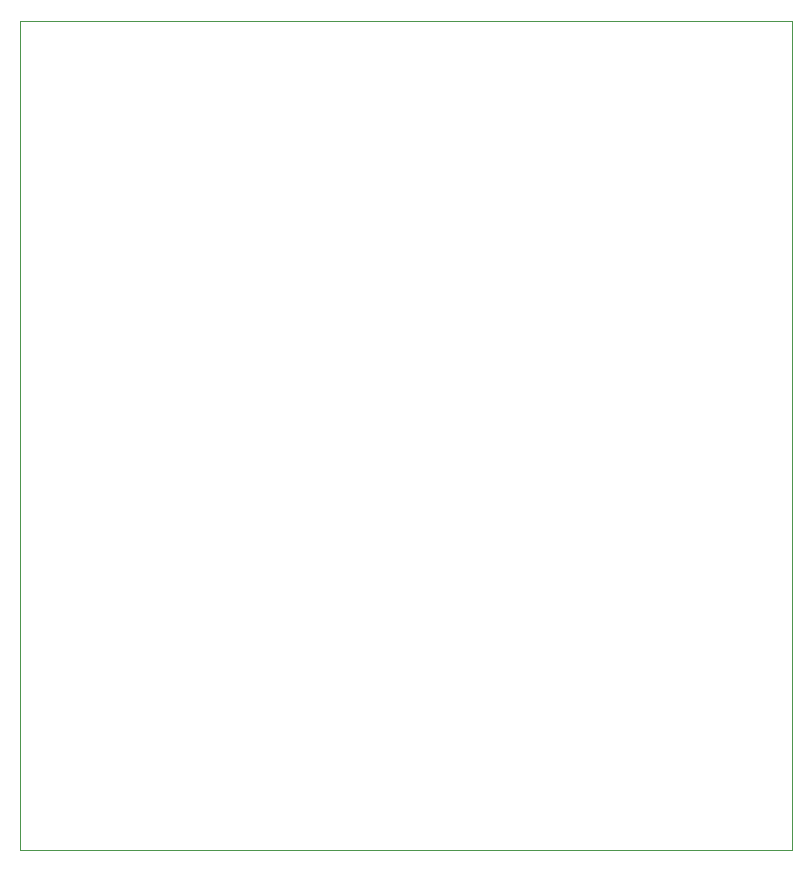
<source format=gm1>
G04 #@! TF.GenerationSoftware,KiCad,Pcbnew,6.0.10-86aedd382b~118~ubuntu20.04.1*
G04 #@! TF.CreationDate,2023-01-06T12:27:41+01:00*
G04 #@! TF.ProjectId,C3-27-epaper-touch,43332d32-372d-4657-9061-7065722d746f,rev?*
G04 #@! TF.SameCoordinates,Original*
G04 #@! TF.FileFunction,Profile,NP*
%FSLAX46Y46*%
G04 Gerber Fmt 4.6, Leading zero omitted, Abs format (unit mm)*
G04 Created by KiCad (PCBNEW 6.0.10-86aedd382b~118~ubuntu20.04.1) date 2023-01-06 12:27:41*
%MOMM*%
%LPD*%
G01*
G04 APERTURE LIST*
G04 #@! TA.AperFunction,Profile*
%ADD10C,0.100000*%
G04 #@! TD*
G04 APERTURE END LIST*
D10*
X170200000Y-54850000D02*
X104800000Y-54850000D01*
X104800000Y-125000000D02*
X170200000Y-125000000D01*
X170200000Y-125000000D02*
X170200000Y-54850000D01*
X104800000Y-54850000D02*
X104800000Y-125000000D01*
M02*

</source>
